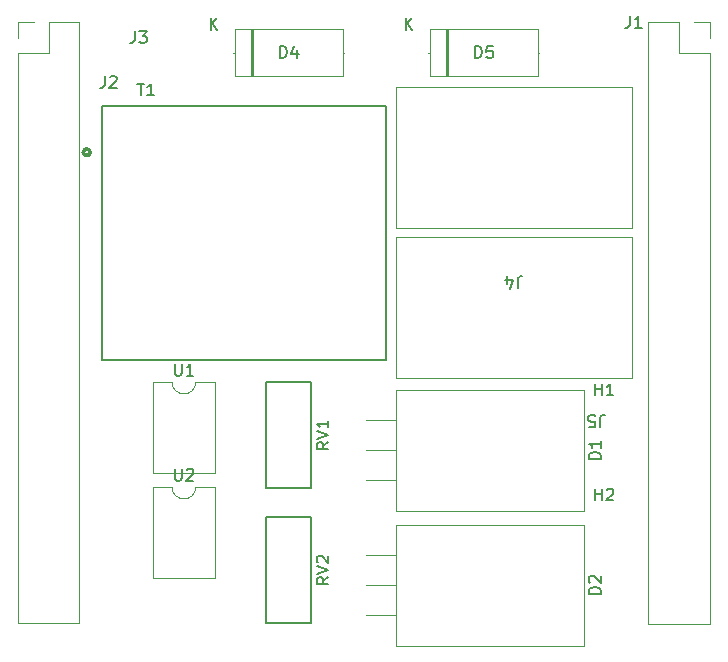
<source format=gto>
G04 #@! TF.GenerationSoftware,KiCad,Pcbnew,(6.0.2)*
G04 #@! TF.CreationDate,2022-02-22T23:29:17+09:00*
G04 #@! TF.ProjectId,ACBoard,4143426f-6172-4642-9e6b-696361645f70,rev?*
G04 #@! TF.SameCoordinates,Original*
G04 #@! TF.FileFunction,Legend,Top*
G04 #@! TF.FilePolarity,Positive*
%FSLAX46Y46*%
G04 Gerber Fmt 4.6, Leading zero omitted, Abs format (unit mm)*
G04 Created by KiCad (PCBNEW (6.0.2)) date 2022-02-22 23:29:17*
%MOMM*%
%LPD*%
G01*
G04 APERTURE LIST*
%ADD10C,0.150000*%
%ADD11C,0.120000*%
%ADD12C,0.127000*%
%ADD13C,0.300000*%
%ADD14C,4.000000*%
%ADD15R,13.000000X9.000000*%
%ADD16R,1.600000X1.600000*%
%ADD17O,1.600000X1.600000*%
%ADD18R,2.250000X2.250000*%
%ADD19C,2.250000*%
%ADD20C,1.600000*%
%ADD21O,1.000000X5.000000*%
%ADD22C,2.000000*%
%ADD23R,1.700000X1.700000*%
%ADD24O,1.700000X1.700000*%
%ADD25R,2.800000X2.800000*%
%ADD26O,2.800000X2.800000*%
%ADD27O,3.500000X3.500000*%
%ADD28R,2.000000X1.905000*%
%ADD29O,2.000000X1.905000*%
G04 APERTURE END LIST*
D10*
X207653095Y-61547380D02*
X207653095Y-60547380D01*
X207891190Y-60547380D01*
X208034047Y-60595000D01*
X208129285Y-60690238D01*
X208176904Y-60785476D01*
X208224523Y-60975952D01*
X208224523Y-61118809D01*
X208176904Y-61309285D01*
X208129285Y-61404523D01*
X208034047Y-61499761D01*
X207891190Y-61547380D01*
X207653095Y-61547380D01*
X208653095Y-61547380D02*
X208653095Y-60547380D01*
X208653095Y-61023571D02*
X209224523Y-61023571D01*
X209224523Y-61547380D02*
X209224523Y-60547380D01*
X210129285Y-60880714D02*
X210129285Y-61547380D01*
X209891190Y-60499761D02*
X209653095Y-61214047D01*
X210272142Y-61214047D01*
X207653095Y-69032380D02*
X207653095Y-68032380D01*
X207891190Y-68032380D01*
X208034047Y-68080000D01*
X208129285Y-68175238D01*
X208176904Y-68270476D01*
X208224523Y-68460952D01*
X208224523Y-68603809D01*
X208176904Y-68794285D01*
X208129285Y-68889523D01*
X208034047Y-68984761D01*
X207891190Y-69032380D01*
X207653095Y-69032380D01*
X208653095Y-69032380D02*
X208653095Y-68032380D01*
X208653095Y-68508571D02*
X209224523Y-68508571D01*
X209224523Y-69032380D02*
X209224523Y-68032380D01*
X209605476Y-68032380D02*
X210224523Y-68032380D01*
X209891190Y-68413333D01*
X210034047Y-68413333D01*
X210129285Y-68460952D01*
X210176904Y-68508571D01*
X210224523Y-68603809D01*
X210224523Y-68841904D01*
X210176904Y-68937142D01*
X210129285Y-68984761D01*
X210034047Y-69032380D01*
X209748333Y-69032380D01*
X209653095Y-68984761D01*
X209605476Y-68937142D01*
X207653095Y-20272380D02*
X207653095Y-19272380D01*
X207891190Y-19272380D01*
X208034047Y-19320000D01*
X208129285Y-19415238D01*
X208176904Y-19510476D01*
X208224523Y-19700952D01*
X208224523Y-19843809D01*
X208176904Y-20034285D01*
X208129285Y-20129523D01*
X208034047Y-20224761D01*
X207891190Y-20272380D01*
X207653095Y-20272380D01*
X208653095Y-20272380D02*
X208653095Y-19272380D01*
X208653095Y-19748571D02*
X209224523Y-19748571D01*
X209224523Y-20272380D02*
X209224523Y-19272380D01*
X210176904Y-19272380D02*
X209700714Y-19272380D01*
X209653095Y-19748571D01*
X209700714Y-19700952D01*
X209795952Y-19653333D01*
X210034047Y-19653333D01*
X210129285Y-19700952D01*
X210176904Y-19748571D01*
X210224523Y-19843809D01*
X210224523Y-20081904D01*
X210176904Y-20177142D01*
X210129285Y-20224761D01*
X210034047Y-20272380D01*
X209795952Y-20272380D01*
X209700714Y-20224761D01*
X209653095Y-20177142D01*
X170823095Y-68532380D02*
X170823095Y-67532380D01*
X171061190Y-67532380D01*
X171204047Y-67580000D01*
X171299285Y-67675238D01*
X171346904Y-67770476D01*
X171394523Y-67960952D01*
X171394523Y-68103809D01*
X171346904Y-68294285D01*
X171299285Y-68389523D01*
X171204047Y-68484761D01*
X171061190Y-68532380D01*
X170823095Y-68532380D01*
X171823095Y-68532380D02*
X171823095Y-67532380D01*
X171823095Y-68008571D02*
X172394523Y-68008571D01*
X172394523Y-68532380D02*
X172394523Y-67532380D01*
X172823095Y-67627619D02*
X172870714Y-67580000D01*
X172965952Y-67532380D01*
X173204047Y-67532380D01*
X173299285Y-67580000D01*
X173346904Y-67627619D01*
X173394523Y-67722857D01*
X173394523Y-67818095D01*
X173346904Y-67960952D01*
X172775476Y-68532380D01*
X173394523Y-68532380D01*
X165743095Y-68532380D02*
X165743095Y-67532380D01*
X165981190Y-67532380D01*
X166124047Y-67580000D01*
X166219285Y-67675238D01*
X166266904Y-67770476D01*
X166314523Y-67960952D01*
X166314523Y-68103809D01*
X166266904Y-68294285D01*
X166219285Y-68389523D01*
X166124047Y-68484761D01*
X165981190Y-68532380D01*
X165743095Y-68532380D01*
X166743095Y-68532380D02*
X166743095Y-67532380D01*
X166743095Y-68008571D02*
X167314523Y-68008571D01*
X167314523Y-68532380D02*
X167314523Y-67532380D01*
X168314523Y-68532380D02*
X167743095Y-68532380D01*
X168028809Y-68532380D02*
X168028809Y-67532380D01*
X167933571Y-67675238D01*
X167838333Y-67770476D01*
X167743095Y-67818095D01*
X207518095Y-49347380D02*
X207518095Y-48347380D01*
X207518095Y-48823571D02*
X208089523Y-48823571D01*
X208089523Y-49347380D02*
X208089523Y-48347380D01*
X209089523Y-49347380D02*
X208518095Y-49347380D01*
X208803809Y-49347380D02*
X208803809Y-48347380D01*
X208708571Y-48490238D01*
X208613333Y-48585476D01*
X208518095Y-48633095D01*
X207518095Y-58237380D02*
X207518095Y-57237380D01*
X207518095Y-57713571D02*
X208089523Y-57713571D01*
X208089523Y-58237380D02*
X208089523Y-57237380D01*
X208518095Y-57332619D02*
X208565714Y-57285000D01*
X208660952Y-57237380D01*
X208899047Y-57237380D01*
X208994285Y-57285000D01*
X209041904Y-57332619D01*
X209089523Y-57427857D01*
X209089523Y-57523095D01*
X209041904Y-57665952D01*
X208470476Y-58237380D01*
X209089523Y-58237380D01*
X171968095Y-55557380D02*
X171968095Y-56366904D01*
X172015714Y-56462142D01*
X172063333Y-56509761D01*
X172158571Y-56557380D01*
X172349047Y-56557380D01*
X172444285Y-56509761D01*
X172491904Y-56462142D01*
X172539523Y-56366904D01*
X172539523Y-55557380D01*
X172968095Y-55652619D02*
X173015714Y-55605000D01*
X173110952Y-55557380D01*
X173349047Y-55557380D01*
X173444285Y-55605000D01*
X173491904Y-55652619D01*
X173539523Y-55747857D01*
X173539523Y-55843095D01*
X173491904Y-55985952D01*
X172920476Y-56557380D01*
X173539523Y-56557380D01*
X171968095Y-46667380D02*
X171968095Y-47476904D01*
X172015714Y-47572142D01*
X172063333Y-47619761D01*
X172158571Y-47667380D01*
X172349047Y-47667380D01*
X172444285Y-47619761D01*
X172491904Y-47572142D01*
X172539523Y-47476904D01*
X172539523Y-46667380D01*
X173539523Y-47667380D02*
X172968095Y-47667380D01*
X173253809Y-47667380D02*
X173253809Y-46667380D01*
X173158571Y-46810238D01*
X173063333Y-46905476D01*
X172968095Y-46953095D01*
X168783095Y-22947380D02*
X169354523Y-22947380D01*
X169068809Y-23947380D02*
X169068809Y-22947380D01*
X170211666Y-23947380D02*
X169640238Y-23947380D01*
X169925952Y-23947380D02*
X169925952Y-22947380D01*
X169830714Y-23090238D01*
X169735476Y-23185476D01*
X169640238Y-23233095D01*
X184962380Y-64730238D02*
X184486190Y-65063571D01*
X184962380Y-65301666D02*
X183962380Y-65301666D01*
X183962380Y-64920714D01*
X184010000Y-64825476D01*
X184057619Y-64777857D01*
X184152857Y-64730238D01*
X184295714Y-64730238D01*
X184390952Y-64777857D01*
X184438571Y-64825476D01*
X184486190Y-64920714D01*
X184486190Y-65301666D01*
X183962380Y-64444523D02*
X184962380Y-64111190D01*
X183962380Y-63777857D01*
X184057619Y-63492142D02*
X184010000Y-63444523D01*
X183962380Y-63349285D01*
X183962380Y-63111190D01*
X184010000Y-63015952D01*
X184057619Y-62968333D01*
X184152857Y-62920714D01*
X184248095Y-62920714D01*
X184390952Y-62968333D01*
X184962380Y-63539761D01*
X184962380Y-62920714D01*
X184962380Y-53300238D02*
X184486190Y-53633571D01*
X184962380Y-53871666D02*
X183962380Y-53871666D01*
X183962380Y-53490714D01*
X184010000Y-53395476D01*
X184057619Y-53347857D01*
X184152857Y-53300238D01*
X184295714Y-53300238D01*
X184390952Y-53347857D01*
X184438571Y-53395476D01*
X184486190Y-53490714D01*
X184486190Y-53871666D01*
X183962380Y-53014523D02*
X184962380Y-52681190D01*
X183962380Y-52347857D01*
X184962380Y-51490714D02*
X184962380Y-52062142D01*
X184962380Y-51776428D02*
X183962380Y-51776428D01*
X184105238Y-51871666D01*
X184200476Y-51966904D01*
X184248095Y-52062142D01*
X207978333Y-51982619D02*
X207978333Y-51268333D01*
X208025952Y-51125476D01*
X208121190Y-51030238D01*
X208264047Y-50982619D01*
X208359285Y-50982619D01*
X207025952Y-51982619D02*
X207502142Y-51982619D01*
X207549761Y-51506428D01*
X207502142Y-51554047D01*
X207406904Y-51601666D01*
X207168809Y-51601666D01*
X207073571Y-51554047D01*
X207025952Y-51506428D01*
X206978333Y-51411190D01*
X206978333Y-51173095D01*
X207025952Y-51077857D01*
X207073571Y-51030238D01*
X207168809Y-50982619D01*
X207406904Y-50982619D01*
X207502142Y-51030238D01*
X207549761Y-51077857D01*
X200993333Y-40257619D02*
X200993333Y-39543333D01*
X201040952Y-39400476D01*
X201136190Y-39305238D01*
X201279047Y-39257619D01*
X201374285Y-39257619D01*
X200088571Y-39924285D02*
X200088571Y-39257619D01*
X200326666Y-40305238D02*
X200564761Y-39590952D01*
X199945714Y-39590952D01*
X168576666Y-18502380D02*
X168576666Y-19216666D01*
X168529047Y-19359523D01*
X168433809Y-19454761D01*
X168290952Y-19502380D01*
X168195714Y-19502380D01*
X168957619Y-18502380D02*
X169576666Y-18502380D01*
X169243333Y-18883333D01*
X169386190Y-18883333D01*
X169481428Y-18930952D01*
X169529047Y-18978571D01*
X169576666Y-19073809D01*
X169576666Y-19311904D01*
X169529047Y-19407142D01*
X169481428Y-19454761D01*
X169386190Y-19502380D01*
X169100476Y-19502380D01*
X169005238Y-19454761D01*
X168957619Y-19407142D01*
X166036666Y-22312380D02*
X166036666Y-23026666D01*
X165989047Y-23169523D01*
X165893809Y-23264761D01*
X165750952Y-23312380D01*
X165655714Y-23312380D01*
X166465238Y-22407619D02*
X166512857Y-22360000D01*
X166608095Y-22312380D01*
X166846190Y-22312380D01*
X166941428Y-22360000D01*
X166989047Y-22407619D01*
X167036666Y-22502857D01*
X167036666Y-22598095D01*
X166989047Y-22740952D01*
X166417619Y-23312380D01*
X167036666Y-23312380D01*
X210486666Y-17232380D02*
X210486666Y-17946666D01*
X210439047Y-18089523D01*
X210343809Y-18184761D01*
X210200952Y-18232380D01*
X210105714Y-18232380D01*
X211486666Y-18232380D02*
X210915238Y-18232380D01*
X211200952Y-18232380D02*
X211200952Y-17232380D01*
X211105714Y-17375238D01*
X211010476Y-17470476D01*
X210915238Y-17518095D01*
X197381904Y-20772380D02*
X197381904Y-19772380D01*
X197620000Y-19772380D01*
X197762857Y-19820000D01*
X197858095Y-19915238D01*
X197905714Y-20010476D01*
X197953333Y-20200952D01*
X197953333Y-20343809D01*
X197905714Y-20534285D01*
X197858095Y-20629523D01*
X197762857Y-20724761D01*
X197620000Y-20772380D01*
X197381904Y-20772380D01*
X198858095Y-19772380D02*
X198381904Y-19772380D01*
X198334285Y-20248571D01*
X198381904Y-20200952D01*
X198477142Y-20153333D01*
X198715238Y-20153333D01*
X198810476Y-20200952D01*
X198858095Y-20248571D01*
X198905714Y-20343809D01*
X198905714Y-20581904D01*
X198858095Y-20677142D01*
X198810476Y-20724761D01*
X198715238Y-20772380D01*
X198477142Y-20772380D01*
X198381904Y-20724761D01*
X198334285Y-20677142D01*
X191508095Y-18372380D02*
X191508095Y-17372380D01*
X192079523Y-18372380D02*
X191650952Y-17800952D01*
X192079523Y-17372380D02*
X191508095Y-17943809D01*
X180871904Y-20772380D02*
X180871904Y-19772380D01*
X181110000Y-19772380D01*
X181252857Y-19820000D01*
X181348095Y-19915238D01*
X181395714Y-20010476D01*
X181443333Y-20200952D01*
X181443333Y-20343809D01*
X181395714Y-20534285D01*
X181348095Y-20629523D01*
X181252857Y-20724761D01*
X181110000Y-20772380D01*
X180871904Y-20772380D01*
X182300476Y-20105714D02*
X182300476Y-20772380D01*
X182062380Y-19724761D02*
X181824285Y-20439047D01*
X182443333Y-20439047D01*
X174998095Y-18372380D02*
X174998095Y-17372380D01*
X175569523Y-18372380D02*
X175140952Y-17800952D01*
X175569523Y-17372380D02*
X174998095Y-17943809D01*
X208017380Y-66143095D02*
X207017380Y-66143095D01*
X207017380Y-65905000D01*
X207065000Y-65762142D01*
X207160238Y-65666904D01*
X207255476Y-65619285D01*
X207445952Y-65571666D01*
X207588809Y-65571666D01*
X207779285Y-65619285D01*
X207874523Y-65666904D01*
X207969761Y-65762142D01*
X208017380Y-65905000D01*
X208017380Y-66143095D01*
X207112619Y-65190714D02*
X207065000Y-65143095D01*
X207017380Y-65047857D01*
X207017380Y-64809761D01*
X207065000Y-64714523D01*
X207112619Y-64666904D01*
X207207857Y-64619285D01*
X207303095Y-64619285D01*
X207445952Y-64666904D01*
X208017380Y-65238333D01*
X208017380Y-64619285D01*
X208017380Y-54713095D02*
X207017380Y-54713095D01*
X207017380Y-54475000D01*
X207065000Y-54332142D01*
X207160238Y-54236904D01*
X207255476Y-54189285D01*
X207445952Y-54141666D01*
X207588809Y-54141666D01*
X207779285Y-54189285D01*
X207874523Y-54236904D01*
X207969761Y-54332142D01*
X208017380Y-54475000D01*
X208017380Y-54713095D01*
X208017380Y-53189285D02*
X208017380Y-53760714D01*
X208017380Y-53475000D02*
X207017380Y-53475000D01*
X207160238Y-53570238D01*
X207255476Y-53665476D01*
X207303095Y-53760714D01*
D11*
X175380000Y-57105000D02*
X173730000Y-57105000D01*
X171730000Y-57105000D02*
X170080000Y-57105000D01*
X170080000Y-64845000D02*
X175380000Y-64845000D01*
X170080000Y-57105000D02*
X170080000Y-64845000D01*
X175380000Y-64845000D02*
X175380000Y-57105000D01*
X171730000Y-57105000D02*
G75*
G03*
X173730000Y-57105000I1000000J0D01*
G01*
X175380000Y-48215000D02*
X173730000Y-48215000D01*
X171730000Y-48215000D02*
X170080000Y-48215000D01*
X170080000Y-55955000D02*
X175380000Y-55955000D01*
X170080000Y-48215000D02*
X170080000Y-55955000D01*
X175380000Y-55955000D02*
X175380000Y-48215000D01*
X171730000Y-48215000D02*
G75*
G03*
X173730000Y-48215000I1000000J0D01*
G01*
D12*
X189800000Y-24810000D02*
X189800000Y-46310000D01*
X165800000Y-24810000D02*
X189800000Y-24810000D01*
X165800000Y-46310000D02*
X165800000Y-24810000D01*
X189800000Y-46310000D02*
X165800000Y-46310000D01*
D13*
X164782841Y-28760000D02*
G75*
G03*
X164782841Y-28760000I-282841J0D01*
G01*
D10*
X179710000Y-68635000D02*
X179710000Y-59635000D01*
X183510000Y-68635000D02*
X183510000Y-59635000D01*
X179710000Y-59635000D02*
X183510000Y-59635000D01*
X179710000Y-68635000D02*
X183510000Y-68635000D01*
X179710000Y-57205000D02*
X183510000Y-57205000D01*
X179710000Y-48205000D02*
X183510000Y-48205000D01*
X183510000Y-57205000D02*
X183510000Y-48205000D01*
X179710000Y-57205000D02*
X179710000Y-48205000D01*
D11*
X210660000Y-47910000D02*
X190660000Y-47910000D01*
X190660000Y-47910000D02*
X190660000Y-35910000D01*
X190660000Y-35910000D02*
X210660000Y-35910000D01*
X210660000Y-35910000D02*
X210660000Y-47910000D01*
X210660000Y-35210000D02*
X190660000Y-35210000D01*
X190660000Y-35210000D02*
X190660000Y-23210000D01*
X190660000Y-23210000D02*
X210660000Y-23210000D01*
X210660000Y-23210000D02*
X210660000Y-35210000D01*
X161285000Y-17725000D02*
X163885000Y-17725000D01*
X158685000Y-17725000D02*
X160015000Y-17725000D01*
X158685000Y-20325000D02*
X158685000Y-68645000D01*
X158685000Y-19055000D02*
X158685000Y-17725000D01*
X158685000Y-20325000D02*
X161285000Y-20325000D01*
X158685000Y-68645000D02*
X163885000Y-68645000D01*
X163885000Y-17725000D02*
X163885000Y-68645000D01*
X161285000Y-20325000D02*
X161285000Y-17725000D01*
X212050000Y-17750000D02*
X212050000Y-68670000D01*
X217250000Y-20350000D02*
X217250000Y-68670000D01*
X212050000Y-17750000D02*
X214650000Y-17750000D01*
X212050000Y-68670000D02*
X217250000Y-68670000D01*
X214650000Y-17750000D02*
X214650000Y-20350000D01*
X214650000Y-20350000D02*
X217250000Y-20350000D01*
X215920000Y-17750000D02*
X217250000Y-17750000D01*
X217250000Y-17750000D02*
X217250000Y-19080000D01*
X202830000Y-20320000D02*
X202690000Y-20320000D01*
X193410000Y-20320000D02*
X193550000Y-20320000D01*
X195005000Y-18350000D02*
X195005000Y-22290000D01*
X194885000Y-18350000D02*
X194885000Y-22290000D01*
X202690000Y-18350000D02*
X193550000Y-18350000D01*
X202690000Y-22290000D02*
X202690000Y-18350000D01*
X193550000Y-18350000D02*
X193550000Y-22290000D01*
X193550000Y-22290000D02*
X202690000Y-22290000D01*
X195125000Y-18350000D02*
X195125000Y-22290000D01*
X186320000Y-20320000D02*
X186180000Y-20320000D01*
X176900000Y-20320000D02*
X177040000Y-20320000D01*
X178495000Y-18350000D02*
X178495000Y-22290000D01*
X178375000Y-18350000D02*
X178375000Y-22290000D01*
X186180000Y-18350000D02*
X177040000Y-18350000D01*
X186180000Y-22290000D02*
X186180000Y-18350000D01*
X177040000Y-18350000D02*
X177040000Y-22290000D01*
X177040000Y-22290000D02*
X186180000Y-22290000D01*
X178615000Y-18350000D02*
X178615000Y-22290000D01*
X206565000Y-60285000D02*
X190675000Y-60285000D01*
X206565000Y-60285000D02*
X206565000Y-70525000D01*
X206565000Y-70525000D02*
X190675000Y-70525000D01*
X190675000Y-60285000D02*
X190675000Y-70525000D01*
X190675000Y-65405000D02*
X188135000Y-65405000D01*
X190675000Y-67945000D02*
X188135000Y-67945000D01*
X190675000Y-62865000D02*
X188135000Y-62865000D01*
X206565000Y-48855000D02*
X190675000Y-48855000D01*
X206565000Y-48855000D02*
X206565000Y-59095000D01*
X206565000Y-59095000D02*
X190675000Y-59095000D01*
X190675000Y-48855000D02*
X190675000Y-59095000D01*
X190675000Y-53975000D02*
X188135000Y-53975000D01*
X190675000Y-56515000D02*
X188135000Y-56515000D01*
X190675000Y-51435000D02*
X188135000Y-51435000D01*
%LPC*%
D14*
X208915000Y-61595000D03*
X208915000Y-68580000D03*
X208915000Y-20320000D03*
X172085000Y-68580000D03*
X167005000Y-68580000D03*
D15*
X198755000Y-53975000D03*
X198755000Y-65405000D03*
D16*
X168920000Y-58435000D03*
D17*
X168920000Y-60975000D03*
X168920000Y-63515000D03*
X176540000Y-63515000D03*
X176540000Y-58435000D03*
D16*
X168920000Y-49545000D03*
D17*
X168920000Y-52085000D03*
X168920000Y-54625000D03*
X176540000Y-54625000D03*
X176540000Y-49545000D03*
D18*
X171300000Y-29260000D03*
D19*
X171300000Y-33060000D03*
X171300000Y-38060000D03*
X171300000Y-43060000D03*
X184300000Y-43060000D03*
X184300000Y-38060000D03*
X184300000Y-33060000D03*
X184300000Y-28060000D03*
D20*
X180710000Y-66635000D03*
X182510000Y-61635000D03*
X182510000Y-50205000D03*
X180710000Y-55205000D03*
D21*
X194310000Y-41910000D03*
X207010000Y-41910000D03*
X194310000Y-29210000D03*
X207010000Y-29210000D03*
D22*
X166910000Y-19050000D03*
X170910000Y-19050000D03*
D23*
X160015000Y-19055000D03*
D24*
X162555000Y-19055000D03*
X160015000Y-21595000D03*
X162555000Y-21595000D03*
X160015000Y-24135000D03*
X162555000Y-24135000D03*
X160015000Y-26675000D03*
X162555000Y-26675000D03*
X160015000Y-29215000D03*
X162555000Y-29215000D03*
X160015000Y-31755000D03*
X162555000Y-31755000D03*
X160015000Y-34295000D03*
X162555000Y-34295000D03*
X160015000Y-36835000D03*
X162555000Y-36835000D03*
X160015000Y-39375000D03*
X162555000Y-39375000D03*
X160015000Y-41915000D03*
X162555000Y-41915000D03*
X160015000Y-44455000D03*
X162555000Y-44455000D03*
X160015000Y-46995000D03*
X162555000Y-46995000D03*
X160015000Y-49535000D03*
X162555000Y-49535000D03*
X160015000Y-52075000D03*
X162555000Y-52075000D03*
X160015000Y-54615000D03*
X162555000Y-54615000D03*
X160015000Y-57155000D03*
X162555000Y-57155000D03*
X160015000Y-59695000D03*
X162555000Y-59695000D03*
X160015000Y-62235000D03*
X162555000Y-62235000D03*
X160015000Y-64775000D03*
X162555000Y-64775000D03*
X160015000Y-67315000D03*
X162555000Y-67315000D03*
D23*
X215920000Y-19080000D03*
D24*
X213380000Y-19080000D03*
X215920000Y-21620000D03*
X213380000Y-21620000D03*
X215920000Y-24160000D03*
X213380000Y-24160000D03*
X215920000Y-26700000D03*
X213380000Y-26700000D03*
X215920000Y-29240000D03*
X213380000Y-29240000D03*
X215920000Y-31780000D03*
X213380000Y-31780000D03*
X215920000Y-34320000D03*
X213380000Y-34320000D03*
X215920000Y-36860000D03*
X213380000Y-36860000D03*
X215920000Y-39400000D03*
X213380000Y-39400000D03*
X215920000Y-41940000D03*
X213380000Y-41940000D03*
X215920000Y-44480000D03*
X213380000Y-44480000D03*
X215920000Y-47020000D03*
X213380000Y-47020000D03*
X215920000Y-49560000D03*
X213380000Y-49560000D03*
X215920000Y-52100000D03*
X213380000Y-52100000D03*
X215920000Y-54640000D03*
X213380000Y-54640000D03*
X215920000Y-57180000D03*
X213380000Y-57180000D03*
X215920000Y-59720000D03*
X213380000Y-59720000D03*
X215920000Y-62260000D03*
X213380000Y-62260000D03*
X215920000Y-64800000D03*
X213380000Y-64800000D03*
X215920000Y-67340000D03*
X213380000Y-67340000D03*
D25*
X191770000Y-20320000D03*
D26*
X204470000Y-20320000D03*
D25*
X175260000Y-20320000D03*
D26*
X187960000Y-20320000D03*
D27*
X203645000Y-65405000D03*
D28*
X186985000Y-62865000D03*
D29*
X186985000Y-65405000D03*
X186985000Y-67945000D03*
D27*
X203645000Y-53975000D03*
D28*
X186985000Y-51435000D03*
D29*
X186985000Y-53975000D03*
X186985000Y-56515000D03*
M02*

</source>
